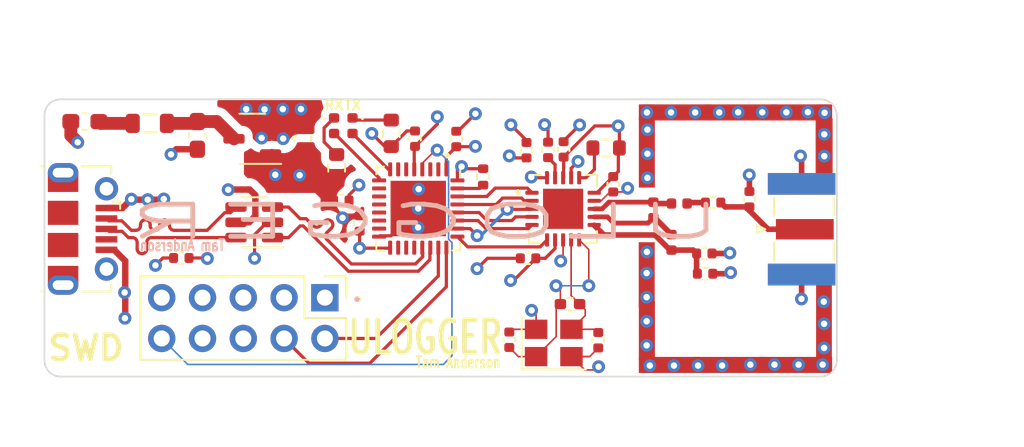
<source format=kicad_pcb>
(kicad_pcb (version 20221018) (generator pcbnew)
  (layers (0 "F.Cu" signal) (1 "In1.Cu" power) (2 "In2.Cu" power) (31 "B.Cu" signal) (34 "B.Paste" user) (35 "F.Paste" user) (36 "B.SilkS" user "B.Silkscreen") (37 "F.SilkS" user "F.Silkscreen") (38 "B.Mask" user) (39 "F.Mask" user) (44 "Edge.Cuts" user))
  (net 0 "")
  (net 1 "/regIn")
  (net 2 "GND")
  (net 3 "+3.3V")
  (net 4 "Net-(C7-Pad1)")
  (net 5 "Net-(J2-In)")
  (net 6 "NRF_VDD_PA")
  (net 7 "Net-(U4-DVDD)")
  (net 8 "NRF_XC1")
  (net 9 "NRF_XC2")
  (net 10 "Net-(D1-K)")
  (net 11 "Net-(D1-A)")
  (net 12 "Net-(D2-K)")
  (net 13 "Net-(D2-A)")
  (net 14 "+5V")
  (net 15 "Net-(F1-Pad2)")
  (net 16 "USB_CONN_D-")
  (net 17 "USB_CONN_D+")
  (net 20 "SWDIO")
  (net 21 "SWCLK")
  (net 25 "NRST")
  (net 26 "NRF_ANT2")
  (net 27 "NRF_ANT1")
  (net 28 "Net-(U3-PH3)")
  (net 29 "Net-(U4-IREF)")
  (net 30 "USB_D+")
  (net 31 "USB_D-")
  (net 45 "NRF_IRQ")
  (net 46 "SPI3_SCK")
  (net 47 "SPI3_MISO")
  (net 48 "SPI3_MOSI")
  (net 49 "SPI3_!CS")
  (net 50 "NRF_CE")
  (footprint "Capacitor_SMD:C_0603_1608Metric_Pad1.08x0.95mm_HandSolder" (layer "F.Cu") (at 133.64 94.1675 -90)
    (fp_text reference "C2" hide)
    (fp_text value "10u")
  )
  (footprint "Capacitor_SMD:C_0603_1608Metric_Pad1.08x0.95mm_HandSolder" (layer "F.Cu") (at 127.08 93.9475 -90)
    (fp_text reference "C1" hide)
    (fp_text value "10u")
  )
  (footprint "Resistor_SMD:R_0402_1005Metric" (layer "F.Cu") (at 144.8725 96.5325 90)
    (fp_text reference "R1" hide)
    (fp_text value "10k")
  )
  (footprint "Inductor_SMD:L_0402_1005Metric" (layer "F.Cu") (at 157.085 98.19)
    (fp_text reference "L1" hide)
    (fp_text value "3n9")
  )
  (footprint "Inductor_SMD:L_0805_2012Metric" (layer "F.Cu") (at 124.12 93.2)
    (fp_text reference "FB1" hide)
    (fp_text value "100 @ 100MHz")
  )
  (footprint "LED_SMD:LED_0402_1005Metric" (layer "F.Cu") (at 136.74 93.345 -90)
    (fp_text reference "D2" hide)
    (fp_text value "YE")
  )
  (footprint "Capacitor_SMD:C_0402_1005Metric" (layer "F.Cu") (at 126.08 101.58 180)
    (fp_text reference "C15" hide)
    (fp_text value "100n")
  )
  (footprint "Capacitor_SMD:C_0402_1005Metric" (layer "F.Cu") (at 146.5 106.67 90)
    (fp_text reference "C17" hide)
    (fp_text value "12p")
  )
  (footprint "RF_Shielding:Laird_Technologies_BMI-S-102_16.50x16.50mm" (layer "F.Cu") (at 160.583337 100.378944)
    (fp_text reference "e" hide)
    (fp_text value "RFShield_OnePiece")
  )
  (footprint "Capacitor_SMD:C_0402_1005Metric" (layer "F.Cu") (at 136.0425 98.0025 180)
    (fp_text reference "C3" hide)
    (fp_text value "1U")
  )
  (footprint "Connector_PinHeader_2.54mm:PinHeader_2x05_P2.54mm_Vertical" (layer "F.Cu") (at 135.02 104.05 -90)
    (fp_text reference "J3" hide)
    (fp_text value "SWD")
  )
  (footprint "Resistor_SMD:R_0603_1608Metric" (layer "F.Cu") (at 152.53 94.73 180)
    (fp_text reference "R4" hide)
    (fp_text value "22k")
  )
  (footprint "Capacitor_SMD:C_0402_1005Metric" (layer "F.Cu") (at 147.67 101.6 180)
    (fp_text reference "C9" hide)
    (fp_text value "100n")
  )
  (footprint "Capacitor_SMD:C_0402_1005Metric" (layer "F.Cu") (at 137.18 99.43 90)
    (fp_text reference "C5" hide)
    (fp_text value "100n")
  )
  (footprint "Capacitor_SMD:C_0402_1005Metric" (layer "F.Cu") (at 158.64 101.3 180)
    (fp_text reference "C13" hide)
    (fp_text value "2n2")
  )
  (footprint "Capacitor_SMD:C_0402_1005Metric" (layer "F.Cu") (at 140.6325 94.1525 90)
    (fp_text reference "C6" hide)
    (fp_text value "100n")
  )
  (footprint "Package_TO_SOT_SMD:SOT-23-6" (layer "F.Cu") (at 130.6225 99.36 180)
    (fp_text reference "U2" hide)
    (fp_text value "USBLC6-2SC6")
  )
  (footprint "Crystal:Crystal_SMD_3225-4Pin_3.2x2.5mm" (layer "F.Cu") (at 149.27 106.87)
    (fp_text reference "Y1" hide)
    (fp_text value "16MHz")
  )
  (footprint "Capacitor_SMD:C_0402_1005Metric" (layer "F.Cu") (at 147.5725 94.87 90)
    (fp_text reference "C8" hide)
    (fp_text value "1U")
  )
  (footprint "Fuse:Fuse_0603_1608Metric_Pad1.05x0.95mm_HandSolder" (layer "F.Cu") (at 120.075 93.09)
    (fp_text reference "F1" hide)
    (fp_text value "1000mA")
  )
  (footprint "Package_TO_SOT_SMD:SOT-23-3" (layer "F.Cu") (at 130.4975 94.16 180)
    (fp_text reference "U1" hide)
    (fp_text value "XC6206PxxxMR")
  )
  (footprint "Inductor_SMD:L_0402_1005Metric" (layer "F.Cu") (at 155.47 98.59 -90)
    (fp_text reference "L2" hide)
    (fp_text value "8n2")
  )
  (footprint "Capacitor_SMD:C_0402_1005Metric" (layer "F.Cu") (at 149.8825 94.82 90)
    (fp_text reference "C11" hide)
    (fp_text value "100n")
  )
  (footprint "Package_DFN_QFN:QFN-20-1EP_4x4mm_P0.5mm_EP2.5x2.5mm" (layer "F.Cu") (at 149.85 98.52)
    (fp_text reference "U4" hide)
    (fp_text value "nRF24L01P")
  )
  (footprint "Resistor_SMD:R_0603_1608Metric" (layer "F.Cu") (at 135.75 95.965 -90)
    (fp_text reference "R2" hide)
    (fp_text value "220")
  )
  (footprint "Connector_USB:USB_Micro-B_Molex-105017-0001" (layer "F.Cu") (at 119.9575 99.77 -90)
    (fp_text reference "J1" hide)
    (fp_text value "USB_B_Micro")
  )
  (footprint "Package_DFN_QFN:QFN-32-1EP_5x5mm_P0.5mm_EP3.45x3.45mm" (layer "F.Cu") (at 140.8325 98.5 -90)
    (fp_text reference "U3" hide)
    (fp_text value "STM32L432KBUx")
  )
  (footprint "Resistor_SMD:R_0402_1005Metric_Pad0.72x0.64mm_HandSolder" (layer "F.Cu") (at 150.28 104.45)
    (fp_text reference "R5" hide)
    (fp_text value "1M")
  )
  (footprint "Capacitor_SMD:C_0402_1005Metric" (layer "F.Cu") (at 159.19 98.13)
    (fp_text reference "C7" hide)
    (fp_text value "1p5")
  )
  (footprint "Capacitor_SMD:C_0402_1005Metric" (layer "F.Cu") (at 158.69 102.56 180)
    (fp_text reference "C14" hide)
    (fp_text value "4p7")
  )
  (footprint "Capacitor_SMD:C_0402_1005Metric" (layer "F.Cu") (at 161.45 97.92 90)
    (fp_text reference "C12" hide)
    (fp_text value "1p")
  )
  (footprint "Inductor_SMD:L_0402_1005Metric" (layer "F.Cu") (at 156.6 100.605 90)
    (fp_text reference "L3" hide)
    (fp_text value "2n7")
  )
  (footprint "Connector_Coaxial:SMA_Samtec_SMA-J-P-X-ST-EM1_EdgeMount" (layer "F.Cu") (at 164.7 99.79 90)
    (fp_text reference "J2" hide)
    (fp_text value "Conn_Coaxial")
  )
  (footprint "Capacitor_SMD:C_0402_1005Metric" (layer "F.Cu") (at 152.04 106.7 -90)
    (fp_text reference "C18" hide)
    (fp_text value "12p")
  )
  (footprint "Resistor_SMD:R_0603_1608Metric" (layer "F.Cu") (at 139.15 93.82 -90)
    (fp_text reference "R3" hide)
    (fp_text value "220")
  )
  (footprint "LED_SMD:LED_0402_1005Metric" (layer "F.Cu") (at 135.59 93.345 -90)
    (fp_text reference "D1" hide)
    (fp_text value "GR")
  )
  (footprint "Capacitor_SMD:C_0402_1005Metric" (layer "F.Cu") (at 143.2 94.17 90)
    (fp_text reference "C4" hide)
    (fp_text value "100n")
  )
  (footprint "Capacitor_SMD:C_0402_1005Metric" (layer "F.Cu") (at 152.97 96.99 -90)
    (fp_text reference "C10" hide)
    (fp_text value "100n")
  )
  (footprint "Capacitor_SMD:C_0402_1005Metric" (layer "F.Cu") (at 148.9125 94.85 90)
    (fp_text reference "C16" hide)
    (fp_text value "33n")
  )
  (gr_arc (start 117.56 92.70375) (mid 117.852893 91.996643) (end 118.56 91.70375) (stroke (width 0.1)) (layer "Edge.Cuts"))
  (gr_line (start 118.56 91.70375) (end 165.89 91.70375) (stroke (width 0.1)) (layer "Edge.Cuts"))
  (gr_line (start 166.89 92.70375) (end 166.89 107.9625) (stroke (width 0.1)) (layer "Edge.Cuts"))
  (gr_arc (start 166.89 107.9625) (mid 166.597107 108.669607) (end 165.89 108.9625) (stroke (width 0.1)) (layer "Edge.Cuts"))
  (gr_line (start 165.89 108.9625) (end 118.56 108.9625) (stroke (width 0.1)) (layer "Edge.Cuts"))
  (gr_arc (start 165.89 91.70375) (mid 166.597107 91.996643) (end 166.89 92.70375) (stroke (width 0.1)) (layer "Edge.Cuts"))
  (gr_arc (start 118.56 108.9625) (mid 117.852893 108.669607) (end 117.56 107.9625) (stroke (width 0.1)) (layer "Edge.Cuts"))
  (gr_line (start 117.56 107.9625) (end 117.56 92.70375) (stroke (width 0.1)) (layer "Edge.Cuts"))
  (gr_text "Tam Anderson" (at 128.86 101.2) (layer "B.SilkS") (effects (font (size 0.7 0.5) (thickness 0.125) bold) (justify left bottom mirror)))
  (gr_text "ULOGGER" (at 160.25 100.49) (layer "B.SilkS") (effects (font (size 2 5.5) (thickness 0.3) bold) (justify left bottom mirror)))
  (gr_text "." (at 137.42 104.33) (layer "B.SilkS") (effects (font (size 1 1) (thickness 0.25) bold) (justify left bottom mirror)))
  (gr_text "." (at 146.64 97.66) (layer "F.SilkS") (effects (font (size 1 1) (thickness 0.25) bold) (justify left bottom)))
  (gr_text "TX" (at 136.14 92.41) (layer "F.SilkS") (effects (font (size 0.6 0.6) (thickness 0.13) bold) (justify left bottom)))
  (gr_text "Tam Anderson" (at 140.6 108.48) (layer "F.SilkS") (effects (font (size 0.7 0.5) (thickness 0.125) bold) (justify left bottom)))
  (gr_text "." (at 136.7 104.33) (layer "F.SilkS") (effects (font (size 1 1) (thickness 0.25) bold) (justify left bottom)))
  (gr_text "ULOGGER" (at 136.31 107.7) (layer "F.SilkS") (effects (font (size 2 1.4) (thickness 0.3) bold) (justify left bottom)))
  (gr_text "SWD" (at 117.63 108.06) (layer "F.SilkS") (effects (font (size 1.5 1.5) (thickness 0.3) bold) (justify left bottom)))
  (gr_text "RX" (at 134.91 92.4) (layer "F.SilkS") (effects (font (size 0.6 0.6) (thickness 0.13) bold) (justify left bottom)))
  (gr_text "." (at 142.24 95.39) (layer "F.SilkS") (effects (font (size 1 1) (thickness 0.25) bold) (justify left bottom)))
  (segment (start 128.285 93.085) (end 129.36 94.16) (width 0.8) (layer "F.Cu") (net 1))
  (segment (start 125.1825 93.2) (end 126.965 93.2) (width 0.8) (layer "F.Cu") (net 1))
  (segment (start 126.965 93.2) (end 127.08 93.085) (width 0.8) (layer "F.Cu") (net 1))
  (segment (start 127.08 93.085) (end 128.285 93.085) (width 0.8) (layer "F.Cu") (net 1))
  (segment (start 140.86 98.4725) (end 140.8325 98.5) (width 0.2) (layer "F.Cu") (net 2))
  (segment (start 150.88 93.3) (end 149.8825 94.2975) (width 0.2) (layer "F.Cu") (net 2))
  (segment (start 149.8825 94.2975) (end 149.8825 94.34) (width 0.2) (layer "F.Cu") (net 2))
  (segment (start 131.76 99.36) (end 131.411104 99.36) (width 0.2) (layer "F.Cu") (net 2))
  (segment (start 145.14 101.6) (end 147.19 101.6) (width 0.2) (layer "F.Cu") (net 2))
  (segment (start 124.93 101.58) (end 124.47 102.04) (width 0.2) (layer "F.Cu") (net 2))
  (segment (start 164.7 104.12) (end 164.69 104.13) (width 0.349) (layer "F.Cu") (net 2))
  (segment (start 140.5025 98.83) (end 140.86 98.83) (width 0.2) (layer "F.Cu") (net 2))
  (segment (start 148.7 93.28) (end 148.9125 93.4925) (width 0.2) (layer "F.Cu") (net 2))
  (segment (start 148.17 105.12) (end 148.17 106.02) (width 0.1) (layer "F.Cu") (net 2))
  (segment (start 148.85 96.5825) (end 147.9125 96.5825) (width 0.2) (layer "F.Cu") (net 2))
  (segment (start 144.495 102.245) (end 145.14 101.6) (width 0.2) (layer "F.Cu") (net 2))
  (segment (start 146.67 106.02) (end 146.5 106.19) (width 0.1) (layer "F.Cu") (net 2))
  (segment (start 164.7 96.965) (end 164.7 95.3) (width 0.349) (layer "F.Cu") (net 2))
  (segment (start 152.06 108.35) (end 151.86 108.55) (width 0.1) (layer "F.Cu") (net 2))
  (segment (start 149.85 100.4575) (end 149.85 101.619244) (width 0.1) (layer "F.Cu") (net 2))
  (segment (start 143.6625 96.0225) (end 143.53 95.89) (width 0.2) (layer "F.Cu") (net 2))
  (segment (start 127.08 94.81) (end 125.76 94.81) (width 0.4) (layer "F.Cu") (net 2))
  (segment (start 122.59 101.765) (end 121.895 101.07) (width 0.4) (layer "F.Cu") (net 2))
  (segment (start 164.7 102.615) (end 164.7 104.12) (width 0.349) (layer "F.Cu") (net 2))
  (segment (start 160.2 101.3) (end 160.23 101.27) (width 0.349) (layer "F.Cu") (net 2))
  (segment (start 140.1225 93.6725) (end 139.15 94.645) (width 0.2) (layer "F.Cu") (net 2))
  (segment (start 151.86 108.55) (end 151.2 108.55) (width 0.1) (layer "F.Cu") (net 2))
  (segment (start 143.3 93.69) (end 144.39 92.6) (width 0.2) (layer "F.Cu") (net 2))
  (segment (start 153.64 97.47) (end 153.87 97.24) (width 0.1) (layer "F.Cu") (net 2))
  (segment (start 125.6 101.58) (end 124.93 101.58) (width 0.2) (layer "F.Cu") (net 2))
  (segment (start 138.395 100.25) (end 138.445 100.2) (width 0.2) (layer "F.Cu") (net 2))
  (segment (start 150.37 107.72) (end 151.5 107.72) (width 0.1) (layer "F.Cu") (net 2))
  (segment (start 152.97 97.47) (end 153.64 97.47) (width 0.1) (layer "F.Cu") (net 2))
  (segment (start 136.116776 99.07942) (end 136.116776 98.986776) (width 0.2) (layer "F.Cu") (net 2))
  (segment (start 147.5725 94.2625) (end 147.5725 94.39) (width 0.2) (layer "F.Cu") (net 2))
  (segment (start 143.27 96.75) (end 143.27 96.15) (width 0.2) (layer "F.Cu") (net 2))
  (segment (start 140.6325 93.6725) (end 140.1225 93.6725) (width 0.2) (layer "F.Cu") (net 2))
  (segment (start 147.89 104.84) (end 148.17 105.12) (width 0.1) (layer "F.Cu") (net 2))
  (segment (start 161.45 96.42) (end 161.44 96.41) (width 0.349) (layer "F.Cu") (net 2))
  (segment (start 130.64 100.131104) (end 130.64 101.6) (width 0.2) (layer "F.Cu") (net 2))
  (segment (start 138.445 100.2) (end 139.1325 100.2) (width 0.2) (layer "F.Cu") (net 2))
  (segment (start 122.59 105.31) (end 122.59 101.765) (width 0.4) (layer "F.Cu") (net 2))
  (segment (start 143.2 93.69) (end 143.3 93.69) (width 0.2) (layer "F.Cu") (net 2))
  (segment (start 147.9125 96.5825) (end 147.87 96.54) (width 0.2) (layer "F.Cu") (net 2))
  (segment (start 121.895 101.07) (end 121.42 101.07) (width 0.4) (layer "F.Cu") (net 2))
  (segment (start 139.1325 100.2) (end 140.5025 98.83) (width 0.2) (layer "F.Cu") (net 2))
  (segment (start 139.15 94.645) (end 138.755 94.645) (width 0.2) (layer "F.Cu") (net 2))
  (segment (start 135.5625 98.4325) (end 135.5625 98.0025) (width 0.2) (layer "F.Cu") (net 2))
  (segment (start 152.217677 98.02) (end 152.767677 97.47) (width 0.1) (layer "F.Cu") (net 2))
  (segment (start 140.86 98.83) (end 140.86 98.4725) (width 0.2) (layer "F.Cu") (net 2))
  (segment (start 148.17 106.02) (end 146.67 106.02) (width 0.1) (layer "F.Cu") (net 2))
  (segment (start 143.27 96.15) (end 143.53 95.89) (width 0.2) (layer "F.Cu") (net 2))
  (segment (start 151.7875 98.02) (end 152.217677 98.02) (width 0.1) (layer "F.Cu") (net 2))
  (segment (start 144.8725 96.0225) (end 143.6625 96.0225) (width 0.2) (layer "F.Cu") (net 2))
  (segment (start 151.5 107.72) (end 152.04 107.18) (width 0.1) (layer "F.Cu") (net 2))
  (segment (start 161.45 97.44) (end 161.45 96.42) (width 0.349) (layer "F.Cu") (net 2))
  (segment (start 160.21 102.56) (end 160.28 102.49) (width 0.349) (layer "F.Cu") (net 2))
  (segment (start 131.411104 99.36) (end 130.64 100.131104) (width 0.2) (layer "F.Cu") (net 2))
  (segment (start 150.35 96.00074) (end 150.7802 95.57054) (width 0.2) (layer "F.Cu") (net 2))
  (segment (start 148.9125 93.4925) (end 148.9125 94.37) (width 0.2) (layer "F.Cu") (net 2))
  (segment (start 138.755 94.645) (end 137.94 93.83) (width 0.2) (layer "F.Cu") (net 2))
  (segment (start 150.35 96.5825) (end 150.35 96.00074) (width 0.2) (layer "F.Cu") (net 2))
  (segment (start 146.6 93.29) (end 147.5725 94.2625) (width 0.2) (layer "F.Cu") (net 2))
  (segment (start 137.05058 99.07942) (end 136.116776 99.07942) (width 0.2) (layer "F.Cu") (net 2))
  (segment (start 150.37 107.72) (end 151.43 107.72) (width 0.1) (layer "F.Cu") (net 2))
  (segment (start 151.2 108.55) (end 150.37 107.72) (width 0.1) (layer "F.Cu") (net 2))
  (segment (start 122.57 105.33) (end 122.59 105.31) (width 0.4) (layer "F.Cu") (net 2))
  (segment (start 152.767677 97.47) (end 152.97 97.47) (width 0.1) (layer "F.Cu") (net 2))
  (segment (start 125.76 94.81) (end 125.44 95.13) (width 0.4) (layer "F.Cu") (net 2))
  (segment (start 159.12 101.3) (end 160.2 101.3) (width 0.349) (layer "F.Cu") (net 2))
  (segment (start 136.116776 98.986776) (end 135.5625 98.4325) (width 0.2) (layer "F.Cu") (net 2))
  (segment (start 159.17 102.56) (end 160.21 102.56) (width 0.349) (layer "F.Cu") (net 2))
  (segment (start 149.85 101.619244) (end 149.700909 101.768335) (width 0.1) (layer "F.Cu") (net 2))
  (segment (start 137.18 98.95) (end 137.05058 99.07942) (width 0.2) (layer "F.Cu") (net 2))
  (segment (start 164.7 95.3) (end 164.63 95.23) (width 0.349) (layer "F.Cu") (net 2))
  (via (at 160.23 101.27) (size 0.8) (drill 0.4) (layers "F.Cu" "B.Cu") (net 2))
  (via (at 164.51 108.22) (size 0.8) (drill 0.4) (layers "F.Cu" "B.Cu") (net 2))
  (via (at 133.45 96.43) (size 0.8) (drill 0.4) (layers "F.Cu" "B.Cu") (net 2))
  (via (at 149.700909 101.768335) (size 0.8) (drill 0.4) (layers "F.Cu" "B.Cu") (net 2))
  (via (at 166.11 95.24) (size 0.8) (drill 0.4) (layers "F.Cu" "B.Cu") (net 2))
  (via (at 164.63 95.23) (size 0.8) (drill 0.4) (layers "F.Cu" "B.Cu") (net 2))
  (via (at 130.64 101.6) (size 0.8) (drill 0.4) (layers "F.Cu" "B.Cu") (net 2))
  (via (at 156.57 92.52) (size 0.8) (drill 0.4) (layers "F.Cu" "B.Cu") (net 2))
  (via (at 163.01 108.22) (size 0.8) (drill 0.4) (layers "F.Cu" "B.Cu") (net 2))
  (via (at 165.09 92.5) (size 0.8) (drill 0.4) (layers "F.Cu" "B.Cu") (net 2))
  (via (at 166.13 92.54) (size 0.8) (drill 0.4) (layers "F.Cu" "B.Cu") (net 2))
  (via (at 166.01 108.22) (size 0.8) (drill 0.4) (layers "F.Cu" "B.Cu") (net 2))
  (via (at 122.57 105.33) (size 0.8) (drill 0.4) (layers "F.Cu" "B.Cu") (net 2))
  (via (at 140.8325 98.5) (size 0.8) (drill 0.4) (layers "F.Cu" "B.Cu") (net 2))
  (via (at 124.47 102.04) (size 0.8) (drill 0.4) (layers "F.Cu" "B.Cu") (net 2))
  (via (at 155.25 108.28) (size 0.8) (drill 0.4) (layers "F.Cu" "B.Cu") (net 2))
  (via (at 131.93 96.4) (size 0.8) (drill 0.4) (layers "F.Cu" "B.Cu") (net 2))
  (via (at 162.25 92.51) (size 0.8) (drill 0.4) (layers "F.Cu" "B.Cu") (net 2))
  (via (at 166.08 104.3) (size 0.8) (drill 0.4) (layers "F.Cu" "B.Cu") (net 2))
  (via (at 137.94 93.83) (size 0.8) (drill 0.4) (layers "F.Cu" "B.Cu") (net 2))
  (via (at 148.7 93.28) (size 0.8) (drill 0.4) (layers "F.Cu" "B.Cu") (net 2))
  (via (at 155.07 92.52) (size 0.8) (drill 0.4) (layers "F.Cu" "B.Cu") (net 2))
  (via (at 155.07 101.2) (size 0.8) (drill 0.4) (layers "F.Cu" "B.Cu") (net 2))
  (via (at 122.55 103.73) (size 0.8) (drill 0.4) (layers "F.Cu" "B.Cu") (net 2))
  (via (at 140.86 97.29) (size 0.8) (drill 0.4) (layers "F.Cu" "B.Cu") (net 2))
  (via (at 160.75 92.51) (size 0.8) (drill 0.4) (layers "F.Cu" "B.Cu") (net 2))
  (via (at 160.28 102.49) (size 0.8) (drill 0.4) (layers "F.Cu" "B.Cu") (net 2))
  (via (at 164.69 104.13) (size 0.8) (drill 0.4) (layers "F.Cu" "B.Cu") (net 2))
  (via (at 155.05 105.52) (size 0.8) (drill 0.4) (layers "F.Cu" "B.Cu") (net 2))
  (via (at 143.53 95.89) (size 0.8) (drill 0.4) (layers "F.Cu" "B.Cu") (net 2))
  (via (at 150.7802 95.57054) (size 0.8) (drill 0.4) (layers "F.Cu" "B.Cu") (net 2))
  (via (at 166.11 93.88) (size 0.8) (drill 0.4) (layers "F.Cu" "B.Cu") (net 2))
  (via (at 158.07 92.52) (size 0.8) (drill 0.4) (layers "F.Cu" "B.Cu") (net 2))
  (via (at 146.6 93.29) (size 0.8) (drill 0.4) (layers "F.Cu" "B.Cu") (net 2))
  (via (at 166.1 107.18) (size 0.8) (drill 0.4) (layers "F.Cu" "B.Cu") (net 2))
  (via (at 161.51 108.22) (size 0.8) (drill 0.4) (layers "F.Cu" "B.Cu") (net 2))
  (via (at 125.44 95.13) (size 0.8) (drill 0.4) (layers "F.Cu" "B.Cu") (net 2))
  (via (at 152.06 108.35) (size 0.8) (drill 0.4) (layers "F.Cu" "B.Cu") (net 2))
  (via (at 155.1 93.59) (size 0.8) (drill 0.4) (layers "F.Cu" "B.Cu") (net 2))
  (via (at 155.05 104.02) (size 0.8) (drill 0.4) (layers "F.Cu" "B.Cu") (net 2))
  (via (at 166.1 105.68) (size 0.8) (drill 0.4) (layers "F.Cu" "B.Cu") (net 2))
  (via (at 136.116776 99.07942) (size 0.8) (drill 0.4) (layers "F.Cu" "B.Cu") (net 2))
  (via (at 144.495 102.245) (size 0.8) (drill 0.4) (layers "F.Cu" "B.Cu") (net 2))
  (via (at 159.75 108.28) (size 0.8) (drill 0.4) (layers "F.Cu" "B.Cu") (net 2))
  (via (at 156.75 108.28) (size 0.8) (drill 0.4) (layers "F.Cu" "B.Cu") (net 2))
  (via (at 155.05 107.02) (size 0.8) (drill 0.4) (layers "F.Cu" "B.Cu") (net 2))
  (via (at 150.88 93.3) (size 0.8) (drill 0.4) (layers "F.Cu" "B.Cu") (net 2))
  (via (at 155.1 95.09) (size 0.8) (drill 0.4) (layers "F.Cu" "B.Cu") (net 2))
  (via (at 163.75 92.51) (size 0.8) (drill 0.4) (layers "F.Cu" "B.Cu") (net 2))
  (via (at 161.44 96.41) (size 0.8) (drill 0.4) (layers "F.Cu" "B.Cu") (net 2))
  (via (at 158.25 108.28) (size 0.8) (drill 0.4) (layers "F.Cu" "B.Cu") (net 2))
  (via (at 155.05 102.52) (size 0.8) (drill 0.4) (layers "F.Cu" "B.Cu") (net 2))
  (via (at 155.1 96.59) (size 0.8) (drill 0.4) (layers "F.Cu" "B.Cu") (net 2))
  (via (at 147.89 104.84) (size 0.8) (drill 0.4) (layers "F.Cu" "B.Cu") (net 2))
  (via (at 140.82 99.68) (size 0.8) (drill 0.4) (layers "F.Cu" "B.Cu") (net 2))
  (via (at 147.87 96.54) (size 0.8) (drill 0.4) (layers "F.Cu" "B.Cu") (net 2))
  (via (at 144.39 92.6) (size 0.8) (drill 0.4) (layers "F.Cu" "B.Cu") (net 2))
  (via (at 153.87 97.24) (size 0.8) (drill 0.4) (layers "F.Cu" "B.Cu") (net 2))
  (via (at 159.57 92.52) (size 0.8) (drill 0.4) (layers "F.Cu" "B.Cu") (net 2))
  (segment (start 146.77 102.98) (end 146.58 102.98) (width 0.2) (layer "F.Cu") (net 3))
  (segment (start 149.35 100.99) (end 149.35 100.4575) (width 0.2) (layer "F.Cu") (net 3))
  (segment (start 137.18 100.97) (end 139.05 100.97) (width 0.2) (layer "F.Cu") (net 3))
  (segment (start 152.97 96.51) (end 153.29 96.19) (width 0.2) (layer "F.Cu") (net 3))
  (segment (start 151.8225 93.36) (end 153.28 93.36) (width 0.2) (layer "F.Cu") (net 3))
  (segment (start 142.02 93.245) (end 142.02 92.79) (width 0.2) (layer "F.Cu") (net 3))
  (segment (start 137.18 99.91) (end 137.18 100.23) (width 0.2) (layer "F.Cu") (net 3))
  (segment (start 139.05 100.97) (end 139.0825 100.9375) (width 0.2) (layer "F.Cu") (net 3))
  (segment (start 151.7875 97.52) (end 151.96 97.52) (width 0.2) (layer "F.Cu") (net 3))
  (segment (start 153.29 94.795) (end 153.355 94.73) (width 0.2) (layer "F.Cu") (net 3))
  (segment (start 140.5825 94.6825) (end 140.6325 94.6325) (width 0.2) (layer "F.Cu") (net 3))
  (segment (start 140.6325 94.6325) (end 142.02 93.245) (width 0.2) (layer "F.Cu") (net 3))
  (segment (start 127.67 101.58) (end 127.7 101.61) (width 0.2) (layer "F.Cu") (net 3))
  (segment (start 136.5225 98.0025) (end 136.5225 97.6575) (width 0.2) (layer "F.Cu") (net 3))
  (segment (start 143.2 94.65) (end 144.37 94.65) (width 0.2) (layer "F.Cu") (net 3))
  (segment (start 146.63 95.35) (end 146.5 95.22) (width 0.2) (layer "F.Cu") (net 3))
  (segment (start 126.56 101.58) (end 127.67 101.58) (width 0.2) (layer "F.Cu") (net 3))
  (segment (start 149.8825 96.55) (end 149.85 96.5825) (width 0.2) (layer "F.Cu") (net 3))
  (segment (start 151.96 97.52) (end 152.97 96.51) (width 0.2) (layer "F.Cu") (net 3))
  (segment (start 136.5225 97.6575) (end 137.14 97.04) (width 0.2) (layer "F.Cu") (net 3))
  (segment (start 153.29 96.19) (end 153.29 94.795) (width 0.2) (layer "F.Cu") (net 3))
  (segment (start 140.5825 96.0625) (end 140.5825 94.6825) (width 0.2) (layer "F.Cu") (net 3))
  (segment (start 153.355 94.73) (end 153.355 93.435) (width 0.2) (layer "F.Cu") (net 3))
  (segment (start 142.5825 96.0625) (end 142.5825 95.2675) (width 0.2) (layer "F.Cu") (net 3))
  (segment (start 149.8825 95.3) (end 149.8825 96.55) (width 0.2) (layer "F.Cu") (net 3))
  (segment (start 148.74 101.6) (end 149.35 100.99) (width 0.2) (layer "F.Cu") (net 3))
  (segment (start 137.18 100.97) (end 137.18 99.91) (width 0.2) (layer "F.Cu") (net 3))
  (segment (start 153.355 93.435) (end 153.28 93.36) (width 0.2) (layer "F.Cu") (net 3))
  (segment (start 147.5725 95.35) (end 146.63 95.35) (width 0.2) (layer "F.Cu") (net 3))
  (segment (start 148.15 101.6) (end 148.74 101.6) (width 0.2) (layer "F.Cu") (net 3))
  (segment (start 144.37 94.65) (end 144.39 94.63) (width 0.2) (layer "F.Cu") (net 3))
  (segment (start 142.5825 95.2675) (end 143.2 94.65) (width 0.2) (layer "F.Cu") (net 3))
  (segment (start 149.8825 95.3) (end 151.8225 93.36) (width 0.2) (layer "F.Cu") (net 3))
  (segment (start 148.15 101.6) (end 146.77 102.98) (width 0.2) (layer "F.Cu") (net 3))
  (via (at 142.02 92.79) (size 0.8) (drill 0.4) (layers "F.Cu" "B.Cu") (net 3))
  (via (at 146.5 95.22) (size 0.8) (drill 0.4) (layers "F.Cu" "B.Cu") (net 3))
  (via (at 146.58 102.98) (size 0.8) (drill 0.4) (layers "F.Cu" "B.Cu") (net 3))
  (via (at 144.39 94.63) (size 0.8) (drill 0.4) (layers "F.Cu" "B.Cu") (net 3))
  (via (at 132.42 94.15) (size 0.8) (drill 0.4) (layers "F.Cu" "B.Cu") (net 3))
  (via (at 137.14 97.04) (size 0.8) (drill 0.4) (layers "F.Cu" "B.Cu") (net 3))
  (via (at 131.26 92.33) (size 0.8) (drill 0.4) (layers "F.Cu" "B.Cu") (net 3))
  (via (at 132.4 92.31) (size 0.8) (drill 0.4) (layers "F.Cu" "B.Cu") (net 3))
  (via (at 133.53 92.31) (size 0.8) (drill 0.4) (layers "F.Cu" "B.Cu") (net 3))
  (via (at 153.28 93.36) (size 0.8) (drill 0.4) (layers "F.Cu" "B.Cu") (net 3))
  (via (at 130.12 92.32) (size 0.8) (drill 0.4) (layers "F.Cu" "B.Cu") (net 3))
  (via (at 127.7 101.61) (size 0.8) (drill 0.4) (layers "F.Cu" "B.Cu") (net 3))
  (via (at 137.18 100.97) (size 0.8) (drill 0.4) (layers "F.Cu" "B.Cu") (net 3))
  (via (at 131.08 94.11) (size 0.8) (drill 0.4) (layers "F.Cu" "B.Cu") (net 3))
  (segment (start 157.63 98.13) (end 157.57 98.19) (width 0.349) (layer "F.Cu") (net 4))
  (segment (start 158.71 98.13) (end 157.63 98.13) (width 0.349) (layer "F.Cu") (net 4))
  (segment (start 159.94 98.4) (end 159.67 98.13) (width 0.349) (layer "F.Cu") (net 5))
  (segment (start 162.61 99.79) (end 164.9 99.79) (width 0.349) (layer "F.Cu") (net 5))
  (segment (start 161.45 98.63) (end 162.61 99.79) (width 0.349) (layer "F.Cu") (net 5))
  (segment (start 161.45 98.4) (end 161.45 98.63) (width 0.349) (layer "F.Cu") (net 5))
  (segment (start 161.45 98.4) (end 159.94 98.4) (width 0.349) (layer "F.Cu") (net 5))
  (segment (start 155.571781 100.15) (end 152.393 100.15) (width 0.349) (layer "F.Cu") (net 6))
  (segment (start 156.511781 101.09) (end 155.571781 100.15) (width 0.349) (layer "F.Cu") (net 6))
  (segment (start 152.393 100.15) (end 151.7875 99.5445) (width 0.349) (layer "F.Cu") (net 6))
  (segment (start 157.95 101.09) (end 158.16 101.3) (width 0.349) (layer "F.Cu") (net 6))
  (segment (start 156.6 101.09) (end 157.95 101.09) (width 0.349) (layer "F.Cu") (net 6))
  (segment (start 156.6 101.09) (end 156.511781 101.09) (width 0.349) (layer "F.Cu") (net 6))
  (segment (start 158.16 102.51) (end 158.21 102.56) (width 0.349) (layer "F.Cu") (net 6))
  (segment (start 158.16 101.3) (end 158.16 102.51) (width 0.349) (layer "F.Cu") (net 6))
  (segment (start 149.35 95.7675) (end 149.35 96.5825) (width 0.2) (layer "F.Cu") (net 7))
  (segment (start 148.9125 95.33) (end 149.35 95.7675) (width 0.2) (layer "F.Cu") (net 7))
  (segment (start 149.42 106.47) (end 148.17 107.72) (width 0.1) (layer "F.Cu") (net 8))
  (segment (start 149.6825 104.45) (end 149.6825 103.5825) (width 0.1) (layer "F.Cu") (net 8))
  (segment (start 149.6825 103.5825) (end 149.41 103.31) (width 0.1) (layer "F.Cu") (net 8))
  (segment (start 151.45 103.31) (end 151.45 101.0575) (width 0.1) (layer "F.Cu") (net 8))
  (segment (start 146.5 107.15) (end 147.07 107.72) (width 0.1) (layer "F.Cu") (net 8))
  (segment (start 147.07 107.72) (end 148.17 107.72) (width 0.1) (layer "F.Cu") (net 8))
  (segment (start 149.6825 104.45) (end 149.42 104.7125) (width 0.1) (layer "F.Cu") (net 8))
  (segment (start 149.42 104.7125) (end 149.42 106.47) (width 0.1) (layer "F.Cu") (net 8))
  (segment (start 151.45 101.0575) (end 150.85 100.4575) (width 0.1) (layer "F.Cu") (net 8))
  (via (at 151.45 103.31) (size 0.8) (drill 0.4) (layers "F.Cu" "B.Cu") (net 8))
  (via (at 149.41 103.31) (size 0.8) (drill 0.4) (layers "F.Cu" "B.Cu") (net 8))
  (segment (start 151.51 103.37) (end 151.45 103.31) (width 0.1) (layer "B.Cu") (net 8))
  (segment (start 149.41 103.31) (end 151.45 103.31) (width 0.1) (layer "B.Cu") (net 8))
  (segment (start 150.8775 104.45) (end 151.23 104.8025) (width 0.1) (layer "F.Cu") (net 9))
  (segment (start 150.35 103.9225) (end 150.35 100.4575) (width 0.1) (layer "F.Cu") (net 9))
  (segment (start 151.84 106.02) (end 150.37 106.02) (width 0.1) (layer "F.Cu") (net 9))
  (segment (start 152.04 106.22) (end 151.84 106.02) (width 0.1) (layer "F.Cu") (net 9))
  (segment (start 151.23 105.16) (end 150.37 106.02) (width 0.1) (layer "F.Cu") (net 9))
  (segment (start 151.23 104.8025) (end 151.23 105.16) (width 0.1) (layer "F.Cu") (net 9))
  (segment (start 150.8775 104.45) (end 150.35 103.9225) (width 0.1) (layer "F.Cu") (net 9))
  (segment (start 134.97 93.48) (end 135.59 92.86) (width 0.2) (layer "F.Cu") (net 10))
  (segment (start 135.75 95.14) (end 134.97 94.36) (width 0.2) (layer "F.Cu") (net 10))
  (segment (start 134.97 94.36) (end 134.97 93.48) (width 0.2) (layer "F.Cu") (net 10))
  (segment (start 138.395 96.602893) (end 138.395 96.75) (width 0.2) (layer "F.Cu") (net 11))
  (segment (start 135.59 93.83) (end 135.622107 93.83) (width 0.2) (layer "F.Cu") (net 11))
  (segment (start 135.622107 93.83) (end 138.395 96.602893) (width 0.2) (layer "F.Cu") (net 11))
  (segment (start 139.15 92.995) (end 136.875 92.995) (width 0.2) (layer "F.Cu") (net 12))
  (segment (start 136.875 92.995) (end 136.74 92.86) (width 0.2) (layer "F.Cu") (net 12))
  (segment (start 136.74 93.83) (end 138.9725 96.0625) (width 0.2) (layer "F.Cu") (net 13))
  (segment (start 138.9725 96.0625) (end 139.0825 96.0625) (width 0.2) (layer "F.Cu") (net 13))
  (segment (start 119.2 93.09) (end 119.2 93.95) (width 0.8) (layer "F.Cu") (net 14))
  (segment (start 124.99 97.91) (end 125.08 97.82) (width 0.4) (layer "F.Cu") (net 14))
  (segment (start 121.42 98.47) (end 122.42 98.47) (width 0.4) (layer "F.Cu") (net 14))
  (segment (start 129.83 97.32) (end 128.82 97.32) (width 0.4) (layer "F.Cu") (net 14))
  (segment (start 129.485 99.36) (end 130.3 99.36) (width 0.4) (layer "F.Cu") (net 14))
  (segment (start 130.19 97.32) (end 129.83 97.32) (width 0.4) (layer "F.Cu") (net 14))
  (segment (start 122.42 98.47) (end 122.97 97.92) (width 0.4) (layer "F.Cu") (net 14))
  (segment (start 130.69 97.67) (end 130.34 97.32) (width 0.4) (layer "F.Cu") (net 14))
  (segment (start 130.56 99.1) (end 130.69 98.97) (width 0.4) (layer "F.Cu") (net 14))
  (segment (start 119.2 93.95) (end 119.63 94.38) (width 0.8) (layer "F.Cu") (net 14))
  (segment (start 130.69 98.97) (end 130.69 97.67) (width 0.4) (layer "F.Cu") (net 14))
  (segment (start 123.99 97.95) (end 123 97.95) (width 0.4) (layer "F.Cu") (net 14))
  (segment (start 124.95 97.95) (end 123.99 97.95) (width 0.4) (layer "F.Cu") (net 14))
  (segment (start 130.3 99.36) (end 130.56 99.1) (width 0.4) (layer "F.Cu") (net 14))
  (segment (start 130.34 97.32) (end 130.19 97.32) (width 0.4) (layer "F.Cu") (net 14))
  (segment (start 124.99 97.91) (end 124.95 97.95) (width 0.4) (layer "F.Cu") (net 14))
  (segment (start 123 97.95) (end 122.97 97.92) (width 0.4) (layer "F.Cu") (net 14))
  (via (at 122.97 97.92) (size 0.8) (drill 0.4) (layers "F.Cu" "B.Cu") (net 14))
  (via (at 124.99 97.91) (size 0.8) (drill 0.4) (layers "F.Cu" "B.Cu") (net 14))
  (via (at 129 97.33) (size 0.8) (drill 0.4) (layers "F.Cu" "B.Cu") (net 14))
  (via (at 119.63 94.38) (size 0.8) (drill 0.4) (layers "F.Cu" "B.Cu") (net 14))
  (via (at 123.99 97.95) (size 0.8) (drill 0.4) (layers "F.Cu" "B.Cu") (net 14))
  (segment (start 120.95 93.09) (end 121.06 93.2) (width 0.8) (layer "F.Cu") (net 15))
  (segment (start 121.06 93.2) (end 123.0575 93.2) (width 0.8) (layer "F.Cu") (net 15))
  (segment (start 122.971367 99.859999) (end 123.24 99.859999) (width 0.2) (layer "F.Cu") (net 16))
  (segment (start 128.786104 98.76) (end 129.135 98.76) (width 0.2) (layer "F.Cu") (net 16))
  (segment (start 125.785433 99.859999) (end 127.686105 99.859999) (width 0.2) (layer "F.Cu") (net 16))
  (segment (start 121.57 99.27) (end 122.381368 99.27) (width 0.2) (layer "F.Cu") (net 16))
  (segment (start 122.381368 99.27) (end 122.971367 99.859999) (width 0.2) (layer "F.Cu") (net 16))
  (segment (start 127.686105 99.859999) (end 128.786104 98.76) (width 0.2) (layer "F.Cu") (net 16))
  (segment (start 124.14 99.502481) (end 124.14 99.559999) (width 0.2) (layer "F.Cu") (net 16))
  (segment (start 124.74 99.559999) (end 124.74 99.502481) (width 0.2) (layer "F.Cu") (net 16))
  (segment (start 123.54 99.559999) (end 123.54 99.502481) (width 0.2) (layer "F.Cu") (net 16))
  (segment (start 125.64 99.859999) (end 125.785433 99.859999) (width 0.2) (layer "F.Cu") (net 16))
  (segment (start 121.42 99.12) (end 121.57 99.27) (width 0.2) (layer "F.Cu") (net 16))
  (segment (start 129.135 98.76) (end 129.485 98.41) (width 0.2) (layer "F.Cu") (net 16))
  (segment (start 125.34 99.502481) (end 125.34 99.559999) (width 0.2) (layer "F.Cu") (net 16))
  (arc (start 125.04 99.202481) (mid 125.252132 99.290349) (end 125.34 99.502481) (width 0.2) (layer "F.Cu") (net 16))
  (arc (start 123.24 99.859999) (mid 123.452132 99.772131) (end 123.54 99.559999) (width 0.2) (layer "F.Cu") (net 16))
  (arc (start 124.14 99.559999) (mid 124.227868 99.772131) (end 124.44 99.859999) (width 0.2) (layer "F.Cu") (net 16))
  (arc (start 124.74 99.502481) (mid 124.827868 99.290349) (end 125.04 99.202481) (width 0.2) (layer "F.Cu") (net 16))
  (arc (start 124.44 99.859999) (mid 124.652132 99.772131) (end 124.74 99.559999) (width 0.2) (layer "F.Cu") (net 16))
  (arc (start 123.84 99.202481) (mid 124.052132 99.290349) (end 124.14 99.502481) (width 0.2) (layer "F.Cu") (net 16))
  (arc (start 123.54 99.502481) (mid 123.627868 99.290349) (end 123.84 99.202481) (width 0.2) (layer "F.Cu") (net 16))
  (arc (start 125.34 99.559999) (mid 125.427868 99.772131) (end 125.64 99.859999) (width 0.2) (layer "F.Cu") (net 16))
  (segment (start 122.785 100.31) (end 123.03 100.31) (width 0.2) (layer "F.Cu") (net 17))
  (segment (start 122.395 99.92) (end 122.785 100.31) (width 0.2) (layer "F.Cu") (net 17))
  (segment (start 124.23 100.31) (end 126.869363 100.31) (width 0.2) (layer "F.Cu") (net 17))
  (segment (start 123.93 101.00925) (end 123.93 100.61) (width 0.2) (layer "F.Cu") (net 17))
  (segment (start 126.869363 100.31) (end 129.485 100.31) (width 0.2) (layer "F.Cu") (net 17))
  (segment (start 123.33 100.61) (end 123.33 101.00925) (width 0.2) (layer "F.Cu") (net 17))
  (segment (start 121.42 99.77) (end 121.433603 99.77) (width 0.2) (layer "F.Cu") (net 17))
  (segment (start 121.583603 99.92) (end 122.395 99.92) (width 0.2) (layer "F.Cu") (net 17))
  (segment (start 121.433603 99.77) (end 121.583603 99.92) (width 0.2) (layer "F.Cu") (net 17))
  (arc (start 123.03 100.31) (mid 123.242132 100.397868) (end 123.33 100.61) (width 0.2) (layer "F.Cu") (net 17))
  (arc (start 123.93 100.61) (mid 124.017868 100.397868) (end 124.23 100.31) (width 0.2) (layer "F.Cu") (net 17))
  (arc (start 123.33 101.00925) (mid 123.417868 101.221382) (end 123.63 101.30925) (width 0.2) (layer "F.Cu") (net 17))
  (arc (start 123.63 101.30925) (mid 123.842132 101.221382) (end 123.93 101.00925) (width 0.2) (layer "F.Cu") (net 17))
  (segment (start 142.0825 102.6975) (end 138.19 106.59) (width 0.2) (layer "F.Cu") (net 20))
  (segment (start 142.0825 100.9375) (end 142.0825 102.6975) (width 0.2) (layer "F.Cu") (net 20))
  (segment (start 138.19 106.59) (end 135.02 106.59) (width 0.2) (layer "F.Cu") (net 20))
  (segment (start 142.5825 100.9375) (end 142.5825 103.3675) (width 0.2) (layer "F.Cu") (net 21))
  (segment (start 134.02 108.13) (end 132.48 106.59) (width 0.2) (layer "F.Cu") (net 21))
  (segment (start 142.5825 103.3675) (end 137.82 108.13) (width 0.2) (layer "F.Cu") (net 21))
  (segment (start 137.82 108.13) (end 134.02 108.13) (width 0.2) (layer "F.Cu") (net 21))
  (segment (start 141.0825 95.683058) (end 141.899416 94.866142) (width 0.1) (layer "F.Cu") (net 25))
  (segment (start 141.0825 96.0625) (end 141.0825 95.683058) (width 0.1) (layer "F.Cu") (net 25))
  (segment (start 141.899416 94.866142) (end 142.009601 94.866142) (width 0.1) (layer "F.Cu") (net 25))
  (via (at 142.009601 94.866142) (size 0.8) (drill 0.4) (layers "F.Cu" "B.Cu") (net 25))
  (segment (start 126.48 108.21) (end 124.86 106.59) (width 0.1) (layer "B.Cu") (net 25))
  (segment (start 142.39 108.21) (end 126.48 108.21) (width 0.1) (layer "B.Cu") (net 25))
  (segment (start 142.72 100.41) (end 142.93 100.62) (width 0.1) (layer "B.Cu") (net 25))
  (segment (start 142.93 100.62) (end 142.93 107.67) (width 0.1) (layer "B.Cu") (net 25))
  (segment (start 142.93 107.67) (end 142.39 108.21) (width 0.1) (layer "B.Cu") (net 25))
  (segment (start 142.009601 94.866142) (end 142.72 95.576541) (width 0.1) (layer "B.Cu") (net 25))
  (segment (start 142.72 95.576541) (end 142.72 100.41) (width 0.1) (layer "B.Cu") (net 25))
  (segment (start 151.7875 98.52) (end 152.283363 98.52) (width 0.3) (layer "F.Cu") (net 26))
  (segment (start 155.555 98.19) (end 155.47 98.105) (width 0.349) (layer "F.Cu") (net 26))
  (segment (start 152.698363 98.105) (end 155.47 98.105) (width 0.3) (layer "F.Cu") (net 26))
  (segment (start 152.283363 98.52) (end 152.698363 98.105) (width 0.3) (layer "F.Cu") (net 26))
  (segment (start 156.6 98.19) (end 155.555 98.19) (width 0.349) (layer "F.Cu") (net 26))
  (segment (start 155.555 99.075) (end 156.6 100.12) (width 0.349) (layer "F.Cu") (net 27))
  (segment (start 152.61 99.02) (end 153 99.41) (width 0.3) (layer "F.Cu") (net 27))
  (segment (start 155.47 99.075) (end 155.555 99.075) (width 0.349) (layer "F.Cu") (net 27))
  (segment (start 155.135 99.41) (end 155.47 99.075) (width 0.3) (layer "F.Cu") (net 27))
  (segment (start 153 99.41) (end 155.135 99.41) (width 0.3) (layer "F.Cu") (net 27))
  (segment (start 151.7875 99.02) (end 152.61 99.02) (width 0.3) (layer "F.Cu") (net 27))
  (segment (start 144.665 97.25) (end 144.8725 97.0425) (width 0.2) (layer "F.Cu") (net 28))
  (segment (start 143.27 97.25) (end 144.665 97.25) (width 0.2) (layer "F.Cu") (net 28))
  (segment (start 150.85 96.5825) (end 151.2775 96.5825) (width 0.2) (layer "F.Cu") (net 29))
  (segment (start 151.8 94.825) (end 151.705 94.73) (width 0.2) (layer "F.Cu") (net 29))
  (segment (start 151.8 96.06) (end 151.8 94.825) (width 0.2) (layer "F.Cu") (net 29))
  (segment (start 151.2775 96.5825) (end 151.8 96.06) (width 0.2) (layer "F.Cu") (net 29))
  (segment (start 141.5575 101.686214) (end 141.5575 101.275) (width 0.2) (layer "F.Cu") (net 30))
  (segment (start 136.4868 102.405) (end 140.838714 102.405) (width 0.2) (layer "F.Cu") (net 30))
  (segment (start 133.6668 99.585) (end 136.4868 102.405) (width 0.2) (layer "F.Cu") (net 30))
  (segment (start 133.478751 99.585) (end 133.6668 99.585) (width 0.2) (layer "F.Cu") (net 30))
  (segment (start 132.753751 100.31) (end 133.478751 99.585) (width 0.2) (layer "F.Cu") (net 30))
  (segment (start 140.838714 102.405) (end 141.5575 101.686214) (width 0.2) (layer "F.Cu") (net 30))
  (segment (start 131.76 100.31) (end 132.753751 100.31) (width 0.2) (layer "F.Cu") (net 30))
  (segment (start 141.5825 101.25) (end 141.5825 100.9375) (width 0.2) (layer "F.Cu") (net 30))
  (segment (start 141.5575 101.275) (end 141.5825 101.25) (width 0.2) (layer "F.Cu") (net 30))
  (segment (start 135.142628 100.424428) (end 136.6732 101.955) (width 0.2) (layer "F.Cu") (net 31))
  (segment (start 141.0825 101.25) (end 141.0825 100.9375) (width 0.2) (layer "F.Cu") (net 31))
  (segment (start 133.8532 99.135) (end 134.2941 99.5759) (width 0.2) (layer "F.Cu") (net 31))
  (segment (start 131.76 98.41) (end 132.753751 98.41) (width 0.2) (layer "F.Cu") (net 31))
  (segment (start 135.425471 99.717322) (end 135.142627 100.000163) (width 0.2) (layer "F.Cu") (net 31))
  (segment (start 135.42547 99.717323) (end 135.425471 99.717322) (width 0.2) (layer "F.Cu") (net 31))
  (segment (start 135.142627 100.424427) (end 135.142628 100.424428) (width 0.2) (layer "F.Cu") (net 31))
  (segment (start 134.718364 99.5759) (end 135.001207 99.293058) (width 0.2) (layer "F.Cu") (net 31))
  (segment (start 140.652314 101.955) (end 141.1075 101.499814) (width 0.2) (layer "F.Cu") (net 31))
  (segment (start 132.753751 98.41) (end 133.478751 99.135) (width 0.2) (layer "F.Cu") (net 31))
  (segment (start 134.718365 99.575899) (end 134.718364 99.5759) (width 0.2) (layer "F.Cu") (net 31))
  (segment (start 133.478751 99.135) (end 133.8532 99.135) (width 0.2) (layer "F.Cu") (net 31))
  (segment (start 141.1075 101.275) (end 141.0825 101.25) (width 0.2) (layer "F.Cu") (net 31))
  (segment (start 141.1075 101.499814) (end 141.1075 101.275) (width 0.2) (layer "F.Cu") (net 31))
  (segment (start 136.6732 101.955) (end 140.652314 101.955) (width 0.2) (layer "F.Cu") (net 31))
  (arc (start 135.425471 99.293058) (mid 135.513338 99.50519) (end 135.42547 99.717323) (width 0.2) (layer "F.Cu") (net 31))
  (arc (start 135.001207 99.293058) (mid 135.213339 99.20519) (end 135.425471 99.293058) (width 0.2) (layer "F.Cu") (net 31))
  (arc (start 135.142627 100.000163) (mid 135.054759 100.212295) (end 135.142627 100.424427) (width 0.2) (layer "F.Cu") (net 31))
  (arc (start 134.2941 99.5759) (mid 134.506234 99.663769) (end 134.718365 99.575899) (width 0.2) (layer "F.Cu") (net 31))
  (segment (start 143.27 100.25) (end 143.91 100.89) (width 0.2) (layer "F.Cu") (net 45))
  (segment (start 148.4175 100.89) (end 148.85 100.4575) (width 0.2) (layer "F.Cu") (net 45))
  (segment (start 143.91 100.89) (end 148.4175 100.89) (width 0.2) (layer "F.Cu") (net 45))
  (segment (start 144.06 99.75) (end 143.27 99.75) (width 0.2) (layer "F.Cu") (net 46))
  (segment (start 147.8825 98.55) (end 147.9125 98.52) (width 0.2) (layer "F.Cu") (net 46))
  (segment (start 146.37 98.55) (end 147.8825 98.55) (width 0.2) (layer "F.Cu") (net 46))
  (segment (start 144.5 100.19) (end 144.06 99.75) (width 0.2) (layer "F.Cu") (net 46))
  (via (at 144.5 100.19) (size 0.8) (drill 0.4) (layers "F.Cu" "B.Cu") (net 46))
  (via (at 146.37 98.55) (size 0.8) (drill 0.4) (layers "F.Cu" "B.Cu") (net 46))
  (segment (start 144.73 100.19) (end 146.37 98.55) (width 0.2) (layer "B.Cu") (net 46))
  (segment (start 144.5 100.19) (end 144.73 100.19) (width 0.2) (layer "B.Cu") (net 46))
  (segment (start 144.54995 99.25) (end 145.04995 99.75) (width 0.2) (layer "F.Cu") (net 47))
  (segment (start 147.6825 99.75) (end 147.9125 99.52) (width 0.2) (layer "F.Cu") (net 47))
  (segment (start 145.04995 99.75) (end 147.6825 99.75) (width 0.2) (layer "F.Cu") (net 47))
  (segment (start 143.27 99.25) (end 144.54995 99.25) (width 0.2) (layer "F.Cu") (net 47))
  (segment (start 146.65995 99.25) (end 145.115636 99.25) (width 0.2) (layer "F.Cu") (net 48))
  (segment (start 146.88995 99.02) (end 146.65995 99.25) (width 0.2) (layer "F.Cu") (net 48))
  (segment (start 144.615636 98.75) (end 143.27 98.75) (width 0.2) (layer "F.Cu") (net 48))
  (segment (start 145.115636 99.25) (end 144.615636 98.75) (width 0.2) (layer "F.Cu") (net 48))
  (segment (start 147.9125 99.02) (end 146.88995 99.02) (width 0.2) (layer "F.Cu") (net 48))
  (segment (start 147.2625 97.85) (end 147.4325 98.02) (width 0.2) (layer "F.Cu") (net 49))
  (segment (start 143.27 98.25) (end 145.68005 98.25) (width 0.2) (layer "F.Cu") (net 49))
  (segment (start 147.4325 98.02) (end 147.9125 98.02) (width 0.2) (layer "F.Cu") (net 49))
  (segment (start 146.08005 97.85) (end 147.2625 97.85) (width 0.2) (layer "F.Cu") (net 49))
  (segment (start 145.68005 98.25) (end 146.08005 97.85) (width 0.2) (layer "F.Cu") (net 49))
  (segment (start 145.620183 97.23) (end 145.100183 97.75) (width 0.2) (layer "F.Cu") (net 50))
  (segment (start 145.100183 97.75) (end 143.27 97.75) (width 0.2) (layer "F.Cu") (net 50))
  (segment (start 147.9125 97.52) (end 147.6225 97.23) (width 0.2) (layer "F.Cu") (net 50))
  (segment (start 147.6225 97.23) (end 145.620183 97.23) (width 0.2) (layer "F.Cu") (net 50))
  (zone (net 2) (net_name "GND") (layer "F.Cu") (priority 6) (connect_pads yes (clearance 0.5)) (min_thickness 0.25) (fill yes (thermal_gap 0.5) (thermal_bridge_width 0.5))
    (polygon (pts (xy 130.06 94.37) (xy 135.31 94.37) (xy 137.66 96.72) (xy 137.66 100.57) (xy 137.44 100.79) (xy 136.24 100.79) (xy 134.75 99.3) (xy 134.75 97.87) (xy 134.41 97.53) (xy 131.12 97.53) (xy 129.98 96.39) (xy 129.98 94.45)))
  )
  (zone (net 3) (net_name "+3.3V") (layer "F.Cu") (priority 4) (connect_pads yes (clearance 0.5)) (min_thickness 0.25) (fill yes (thermal_gap 0.5) (thermal_bridge_width 0.5))
    (polygon (pts (xy 134.57 94.18) (xy 133.05 94.18) (xy 132.48 94.75) (xy 131.13 94.75) (xy 129.59 93.21) (xy 129.25 93.21) (xy 128.32 92.28) (xy 128.32 91.76) (xy 134.5 90.63) (xy 134.92 92.18) (xy 134.92 93.83)))
  )
)
</source>
